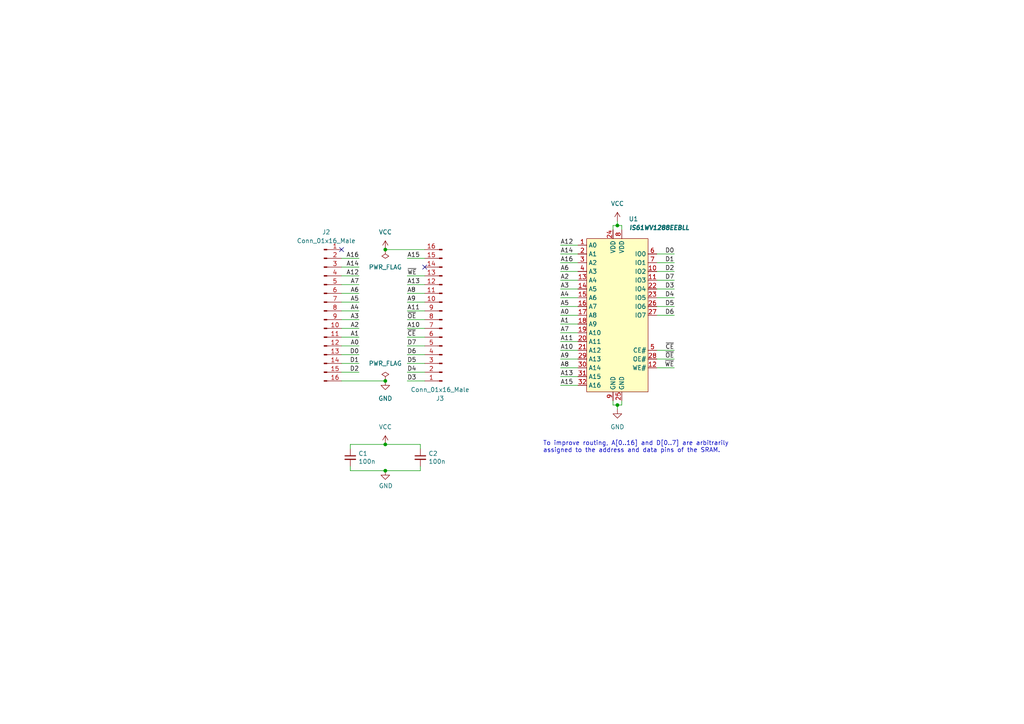
<source format=kicad_sch>
(kicad_sch (version 20211123) (generator eeschema)
  (paper "A4")
  (title_block (title "AS6C1008 SRAM Replacement") (date "2022-12-14") (rev "1.0"))
  (lib_symbols
    (symbol "Connector:Conn_01x16_Male" (pin_names (offset 1.016) hide)
      (property "Reference" "J" (at 0 20.32 0))
      (property "Value" "Conn_01x16_Male" (at 0 -22.86 0))
      (symbol "Conn_01x16_Male_1_1"
        (polyline (pts (xy 1.27 -20.32) (xy 0.8636 -20.32)) (stroke (width 0.1524)))
        (polyline (pts (xy 1.27 -17.78) (xy 0.8636 -17.78)) (stroke (width 0.1524)))
        (polyline (pts (xy 1.27 -15.24) (xy 0.8636 -15.24)) (stroke (width 0.1524)))
        (polyline (pts (xy 1.27 -12.7) (xy 0.8636 -12.7)) (stroke (width 0.1524)))
        (polyline (pts (xy 1.27 -10.16) (xy 0.8636 -10.16)) (stroke (width 0.1524)))
        (polyline (pts (xy 1.27 -7.62) (xy 0.8636 -7.62)) (stroke (width 0.1524)))
        (polyline (pts (xy 1.27 -5.08) (xy 0.8636 -5.08)) (stroke (width 0.1524)))
        (polyline (pts (xy 1.27 -2.54) (xy 0.8636 -2.54)) (stroke (width 0.1524)))
        (polyline (pts (xy 1.27 0) (xy 0.8636 0)) (stroke (width 0.1524)))
        (polyline (pts (xy 1.27 2.54) (xy 0.8636 2.54)) (stroke (width 0.1524)))
        (polyline (pts (xy 1.27 5.08) (xy 0.8636 5.08)) (stroke (width 0.1524)))
        (polyline (pts (xy 1.27 7.62) (xy 0.8636 7.62)) (stroke (width 0.1524)))
        (polyline (pts (xy 1.27 10.16) (xy 0.8636 10.16)) (stroke (width 0.1524)))
        (polyline (pts (xy 1.27 12.7) (xy 0.8636 12.7)) (stroke (width 0.1524)))
        (polyline (pts (xy 1.27 15.24) (xy 0.8636 15.24)) (stroke (width 0.1524)))
        (polyline (pts (xy 1.27 17.78) (xy 0.8636 17.78)) (stroke (width 0.1524)))
        (rectangle (start 0.8636 -20.193) (end 0 -20.447) (stroke (width 0.1524)) (fill (type outline)))
        (rectangle (start 0.8636 -17.653) (end 0 -17.907) (stroke (width 0.1524)) (fill (type outline)))
        (rectangle (start 0.8636 -15.113) (end 0 -15.367) (stroke (width 0.1524)) (fill (type outline)))
        (rectangle (start 0.8636 -12.573) (end 0 -12.827) (stroke (width 0.1524)) (fill (type outline)))
        (rectangle (start 0.8636 -10.033) (end 0 -10.287) (stroke (width 0.1524)) (fill (type outline)))
        (rectangle (start 0.8636 -7.493) (end 0 -7.747) (stroke (width 0.1524)) (fill (type outline)))
        (rectangle (start 0.8636 -4.953) (end 0 -5.207) (stroke (width 0.1524)) (fill (type outline)))
        (rectangle (start 0.8636 -2.413) (end 0 -2.667) (stroke (width 0.1524)) (fill (type outline)))
        (rectangle (start 0.8636 0.127) (end 0 -0.127) (stroke (width 0.1524)) (fill (type outline)))
        (rectangle (start 0.8636 2.667) (end 0 2.413) (stroke (width 0.1524)) (fill (type outline)))
        (rectangle (start 0.8636 5.207) (end 0 4.953) (stroke (width 0.1524)) (fill (type outline)))
        (rectangle (start 0.8636 7.747) (end 0 7.493) (stroke (width 0.1524)) (fill (type outline)))
        (rectangle (start 0.8636 10.287) (end 0 10.033) (stroke (width 0.1524)) (fill (type outline)))
        (rectangle (start 0.8636 12.827) (end 0 12.573) (stroke (width 0.1524)) (fill (type outline)))
        (rectangle (start 0.8636 15.367) (end 0 15.113) (stroke (width 0.1524)) (fill (type outline)))
        (rectangle (start 0.8636 17.907) (end 0 17.653) (stroke (width 0.1524)) (fill (type outline)))
        (pin passive line (at 5.08 17.78 180) (length 3.81) (name "Pin_1") (number "1"))
        (pin passive line (at 5.08 -5.08 180) (length 3.81) (name "Pin_10") (number "10"))
        (pin passive line (at 5.08 -7.62 180) (length 3.81) (name "Pin_11") (number "11"))
        (pin passive line (at 5.08 -10.16 180) (length 3.81) (name "Pin_12") (number "12"))
        (pin passive line (at 5.08 -12.7 180) (length 3.81) (name "Pin_13") (number "13"))
        (pin passive line (at 5.08 -15.24 180) (length 3.81) (name "Pin_14") (number "14"))
        (pin passive line (at 5.08 -17.78 180) (length 3.81) (name "Pin_15") (number "15"))
        (pin passive line (at 5.08 -20.32 180) (length 3.81) (name "Pin_16") (number "16"))
        (pin passive line (at 5.08 15.24 180) (length 3.81) (name "Pin_2") (number "2"))
        (pin passive line (at 5.08 12.7 180) (length 3.81) (name "Pin_3") (number "3"))
        (pin passive line (at 5.08 10.16 180) (length 3.81) (name "Pin_4") (number "4"))
        (pin passive line (at 5.08 7.62 180) (length 3.81) (name "Pin_5") (number "5"))
        (pin passive line (at 5.08 5.08 180) (length 3.81) (name "Pin_6") (number "6"))
        (pin passive line (at 5.08 2.54 180) (length 3.81) (name "Pin_7") (number "7"))
        (pin passive line (at 5.08 0 180) (length 3.81) (name "Pin_8") (number "8"))
        (pin passive line (at 5.08 -2.54 180) (length 3.81) (name "Pin_9") (number "9"))
      )
    )
    (symbol "Device:C_Small" (pin_numbers hide) (pin_names (offset 0.254) hide)
      (property "Reference" "C" (at 0.254 1.778 0))
      (property "Value" "C_Small" (at 0.254 -2.032 0))
      (symbol "C_Small_0_1"
        (polyline (pts (xy -1.524 -0.508) (xy 1.524 -0.508)) (stroke (width 0.3302)))
        (polyline (pts (xy -1.524 0.508) (xy 1.524 0.508)) (stroke (width 0.3048)))
      )
      (symbol "C_Small_1_1"
        (pin passive line (at 0 2.54 270) (length 2.032) (name "~") (number "1"))
        (pin passive line (at 0 -2.54 90) (length 2.032) (name "~") (number "2"))
      )
    )
    (symbol "JLCPCB:IS61WV1288EEBLL"
      (property "Reference" "U" (at -6.985 12.7 0))
      (property "Value" "IS61WV1288EEBLL" (at 0 -11.43 90))
      (symbol "IS61WV1288EEBLL_0_0"
        (rectangle (start -8.89 10.795) (end 8.89 -33.655) (fill (type background)))
        (pin input line (at -11.43 8.89 0) (length 2.54) (name "A0") (number "1"))
        (pin bidirectional line (at 11.43 1.27 180) (length 2.54) (name "IO2") (number "10"))
        (pin bidirectional line (at 11.43 -1.27 180) (length 2.54) (name "IO3") (number "11"))
        (pin input line (at 11.43 -26.67 180) (length 2.54) (name "WE#") (number "12"))
        (pin input line (at -11.43 -1.27 0) (length 2.54) (name "A4") (number "13"))
        (pin input line (at -11.43 -3.81 0) (length 2.54) (name "A5") (number "14"))
        (pin input line (at -11.43 -6.35 0) (length 2.54) (name "A6") (number "15"))
        (pin input line (at -11.43 -8.89 0) (length 2.54) (name "A7") (number "16"))
        (pin input line (at -11.43 -11.43 0) (length 2.54) (name "A8") (number "17"))
        (pin input line (at -11.43 -13.97 0) (length 2.54) (name "A9") (number "18"))
        (pin input line (at -11.43 -16.51 0) (length 2.54) (name "A10") (number "19"))
        (pin input line (at -11.43 6.35 0) (length 2.54) (name "A1") (number "2"))
        (pin input line (at -11.43 -19.05 0) (length 2.54) (name "A11") (number "20"))
        (pin input line (at -11.43 -21.59 0) (length 2.54) (name "A12") (number "21"))
        (pin bidirectional line (at 11.43 -3.81 180) (length 2.54) (name "IO4") (number "22"))
        (pin bidirectional line (at 11.43 -6.35 180) (length 2.54) (name "IO5") (number "23"))
        (pin power_in line (at -1.27 13.335 270) (length 2.54) (name "VDD") (number "24"))
        (pin power_in line (at 1.27 -36.195 90) (length 2.54) (name "GND") (number "25"))
        (pin bidirectional line (at 11.43 -8.89 180) (length 2.54) (name "IO6") (number "26"))
        (pin bidirectional line (at 11.43 -11.43 180) (length 2.54) (name "IO7") (number "27"))
        (pin input line (at 11.43 -24.13 180) (length 2.54) (name "OE#") (number "28"))
        (pin input line (at -11.43 -24.13 0) (length 2.54) (name "A13") (number "29"))
        (pin input line (at -11.43 3.81 0) (length 2.54) (name "A2") (number "3"))
        (pin input line (at -11.43 -26.67 0) (length 2.54) (name "A14") (number "30"))
        (pin input line (at -11.43 -29.21 0) (length 2.54) (name "A15") (number "31"))
        (pin input line (at -11.43 -31.75 0) (length 2.54) (name "A16") (number "32"))
        (pin input line (at -11.43 1.27 0) (length 2.54) (name "A3") (number "4"))
        (pin input line (at 11.43 -21.59 180) (length 2.54) (name "CE#") (number "5"))
        (pin bidirectional line (at 11.43 6.35 180) (length 2.54) (name "IO0") (number "6"))
        (pin bidirectional line (at 11.43 3.81 180) (length 2.54) (name "IO1") (number "7"))
        (pin power_in line (at 1.27 13.335 270) (length 2.54) (name "VDD") (number "8"))
        (pin power_in line (at -1.27 -36.195 90) (length 2.54) (name "GND") (number "9"))
      )
    )
    (symbol "power:GND" (power) (pin_names (offset 0))
      (property "Value" "GND" (at 0 -3.81 0))
      (symbol "GND_0_1"
        (polyline (pts (xy 0 0) (xy 0 -1.27) (xy 1.27 -1.27) (xy 0 -2.54) (xy -1.27 -1.27) (xy 0 -1.27)))
      )
      (symbol "GND_1_1"
        (pin power_in line (at 0 0 270) (length 0) hide (name "GND") (number "1"))
      )
    )
    (symbol "power:PWR_FLAG" (power) (pin_numbers hide) (pin_names (offset 0) hide)
      (property "Value" "PWR_FLAG" (at 0 3.81 0))
      (symbol "PWR_FLAG_0_0"
        (pin power_out line (at 0 0 90) (length 0) (name "pwr") (number "1"))
      )
      (symbol "PWR_FLAG_0_1"
        (polyline (pts (xy 0 0) (xy 0 1.27) (xy -1.016 1.905) (xy 0 2.54) (xy 1.016 1.905) (xy 0 1.27)))
      )
    )
    (symbol "power:VCC" (power) (pin_names (offset 0))
      (property "Value" "VCC" (at 0 3.81 0))
      (symbol "VCC_0_1"
        (polyline (pts (xy -0.762 1.27) (xy 0 2.54)))
        (polyline (pts (xy 0 0) (xy 0 2.54)))
        (polyline (pts (xy 0 2.54) (xy 0.762 1.27)))
      )
      (symbol "VCC_1_1"
        (pin power_in line (at 0 0 90) (length 0) hide (name "VCC") (number "1"))
      )
    )
  )
  (junction (at 179.07 117.475))
  (junction (at 179.07 65.405))
  (junction (at 111.76 72.39))
  (junction (at 111.76 128.905))
  (junction (at 111.76 110.49))
  (junction (at 111.76 136.525))
  (no_connect (at 123.19 77.47))
  (no_connect (at 99.06 72.39))
  (wire (pts (xy 123.19 92.71) (xy 118.11 92.71)))
  (wire (pts (xy 190.5 88.9) (xy 195.58 88.9)))
  (wire (pts (xy 104.14 87.63) (xy 99.06 87.63)))
  (wire (pts (xy 118.11 87.63) (xy 123.19 87.63)))
  (wire (pts (xy 190.5 73.66) (xy 195.58 73.66)))
  (wire (pts (xy 162.56 96.52) (xy 167.64 96.52)))
  (wire (pts (xy 123.19 97.79) (xy 118.11 97.79)))
  (wire (pts (xy 104.14 80.01) (xy 99.06 80.01)))
  (wire (pts (xy 111.76 110.49) (xy 99.06 110.49)))
  (wire (pts (xy 190.5 86.36) (xy 195.58 86.36)))
  (wire (pts (xy 104.14 77.47) (xy 99.06 77.47)))
  (wire (pts (xy 104.14 85.09) (xy 99.06 85.09)))
  (wire (pts (xy 162.56 81.28) (xy 167.64 81.28)))
  (wire (pts (xy 121.92 136.525) (xy 111.76 136.525)))
  (wire (pts (xy 162.56 88.9) (xy 167.64 88.9)))
  (wire (pts (xy 111.76 72.39) (xy 123.19 72.39)))
  (wire (pts (xy 99.06 107.95) (xy 104.14 107.95)))
  (wire (pts (xy 104.14 82.55) (xy 99.06 82.55)))
  (wire (pts (xy 118.11 90.17) (xy 123.19 90.17)))
  (wire (pts (xy 118.11 85.09) (xy 123.19 85.09)))
  (wire (pts (xy 111.76 136.525) (xy 101.6 136.525)))
  (wire (pts (xy 190.5 81.28) (xy 195.58 81.28)))
  (wire (pts (xy 179.07 117.475) (xy 180.34 117.475)))
  (wire (pts (xy 118.11 82.55) (xy 123.19 82.55)))
  (wire (pts (xy 162.56 104.14) (xy 167.64 104.14)))
  (wire (pts (xy 190.5 78.74) (xy 195.58 78.74)))
  (wire (pts (xy 99.06 105.41) (xy 104.14 105.41)))
  (wire (pts (xy 180.34 116.205) (xy 180.34 117.475)))
  (wire (pts (xy 99.06 102.87) (xy 104.14 102.87)))
  (wire (pts (xy 190.5 83.82) (xy 195.58 83.82)))
  (wire (pts (xy 162.56 71.12) (xy 167.64 71.12)))
  (wire (pts (xy 162.56 73.66) (xy 167.64 73.66)))
  (wire (pts (xy 179.07 64.135) (xy 179.07 65.405)))
  (wire (pts (xy 177.8 65.405) (xy 179.07 65.405)))
  (wire (pts (xy 180.34 65.405) (xy 180.34 66.675)))
  (wire (pts (xy 179.07 117.475) (xy 179.07 118.745)))
  (wire (pts (xy 162.56 91.44) (xy 167.64 91.44)))
  (wire (pts (xy 177.8 117.475) (xy 179.07 117.475)))
  (wire (pts (xy 162.56 111.76) (xy 167.64 111.76)))
  (wire (pts (xy 177.8 66.675) (xy 177.8 65.405)))
  (wire (pts (xy 118.11 74.93) (xy 123.19 74.93)))
  (wire (pts (xy 162.56 93.98) (xy 167.64 93.98)))
  (wire (pts (xy 104.14 90.17) (xy 99.06 90.17)))
  (wire (pts (xy 104.14 97.79) (xy 99.06 97.79)))
  (wire (pts (xy 123.19 80.01) (xy 118.11 80.01)))
  (wire (pts (xy 101.6 128.905) (xy 111.76 128.905)))
  (wire (pts (xy 190.5 106.68) (xy 195.58 106.68)))
  (wire (pts (xy 104.14 95.25) (xy 99.06 95.25)))
  (wire (pts (xy 121.92 128.905) (xy 121.92 130.175)))
  (wire (pts (xy 104.14 100.33) (xy 99.06 100.33)))
  (wire (pts (xy 162.56 86.36) (xy 167.64 86.36)))
  (wire (pts (xy 162.56 106.68) (xy 167.64 106.68)))
  (wire (pts (xy 162.56 109.22) (xy 167.64 109.22)))
  (wire (pts (xy 162.56 99.06) (xy 167.64 99.06)))
  (wire (pts (xy 123.19 110.49) (xy 118.11 110.49)))
  (wire (pts (xy 104.14 92.71) (xy 99.06 92.71)))
  (wire (pts (xy 179.07 65.405) (xy 180.34 65.405)))
  (wire (pts (xy 101.6 136.525) (xy 101.6 135.255)))
  (wire (pts (xy 190.5 101.6) (xy 195.58 101.6)))
  (wire (pts (xy 162.56 83.82) (xy 167.64 83.82)))
  (wire (pts (xy 101.6 130.175) (xy 101.6 128.905)))
  (wire (pts (xy 111.76 128.905) (xy 121.92 128.905)))
  (wire (pts (xy 190.5 91.44) (xy 195.58 91.44)))
  (wire (pts (xy 104.14 74.93) (xy 99.06 74.93)))
  (wire (pts (xy 123.19 107.95) (xy 118.11 107.95)))
  (wire (pts (xy 123.19 100.33) (xy 118.11 100.33)))
  (wire (pts (xy 190.5 76.2) (xy 195.58 76.2)))
  (wire (pts (xy 162.56 76.2) (xy 167.64 76.2)))
  (wire (pts (xy 177.8 116.205) (xy 177.8 117.475)))
  (wire (pts (xy 118.11 95.25) (xy 123.19 95.25)))
  (wire (pts (xy 123.19 102.87) (xy 118.11 102.87)))
  (wire (pts (xy 123.19 105.41) (xy 118.11 105.41)))
  (wire (pts (xy 162.56 78.74) (xy 167.64 78.74)))
  (wire (pts (xy 121.92 135.255) (xy 121.92 136.525)))
  (wire (pts (xy 190.5 104.14) (xy 195.58 104.14)))
  (wire (pts (xy 162.56 101.6) (xy 167.64 101.6)))
  (text "To improve routing, A[0..16] and D[0..7] are arbitrarily\nassigned to the address and data pins of the SRAM.\n" (at 157.48 131.445 0) (effects (font (size 1.27 1.27)) (justify left bottom)))
  (label "A3" (at 162.56 83.82 0))
  (label "A15" (at 162.56 111.76 0))
  (label "D7" (at 118.11 100.33 0))
  (label "A14" (at 104.14 77.47 180))
  (label "A9" (at 118.11 87.63 0))
  (label "~{OE}" (at 195.58 104.14 180))
  (label "A0" (at 162.56 91.44 0))
  (label "D5" (at 118.11 105.41 0))
  (label "A13" (at 118.11 82.55 0))
  (label "A6" (at 104.14 85.09 180))
  (label "D2" (at 195.58 78.74 180))
  (label "D1" (at 195.58 76.2 180))
  (label "A16" (at 104.14 74.93 180))
  (label "A12" (at 104.14 80.01 180))
  (label "~{CE}" (at 118.11 97.79 0))
  (label "A14" (at 162.56 73.66 0))
  (label "~{WE}" (at 195.58 106.68 180))
  (label "A13" (at 162.56 109.22 0))
  (label "A7" (at 162.56 96.52 0))
  (label "D4" (at 195.58 86.36 180))
  (label "A8" (at 118.11 85.09 0))
  (label "D4" (at 118.11 107.95 0))
  (label "A2" (at 104.14 95.25 180))
  (label "A4" (at 162.56 86.36 0))
  (label "A5" (at 162.56 88.9 0))
  (label "A1" (at 162.56 93.98 0))
  (label "~{WE}" (at 118.11 80.01 0))
  (label "A3" (at 104.14 92.71 180))
  (label "D6" (at 118.11 102.87 0))
  (label "~{CE}" (at 195.58 101.6 180))
  (label "D0" (at 195.58 73.66 180))
  (label "A5" (at 104.14 87.63 180))
  (label "D7" (at 195.58 81.28 180))
  (label "A12" (at 162.56 71.12 0))
  (label "A8" (at 162.56 106.68 0))
  (label "A2" (at 162.56 81.28 0))
  (label "D3" (at 118.11 110.49 0))
  (label "D5" (at 195.58 88.9 180))
  (label "A15" (at 118.11 74.93 0))
  (label "A7" (at 104.14 82.55 180))
  (label "A10" (at 118.11 95.25 0))
  (label "D1" (at 104.14 105.41 180))
  (label "A1" (at 104.14 97.79 180))
  (label "A4" (at 104.14 90.17 180))
  (label "A16" (at 162.56 76.2 0))
  (label "A6" (at 162.56 78.74 0))
  (label "D0" (at 104.14 102.87 180))
  (label "A11" (at 162.56 99.06 0))
  (label "D2" (at 104.14 107.95 180))
  (label "A9" (at 162.56 104.14 0))
  (label "D3" (at 195.58 83.82 180))
  (label "A0" (at 104.14 100.33 180))
  (label "~{OE}" (at 118.11 92.71 0))
  (label "A11" (at 118.11 90.17 0))
  (label "A10" (at 162.56 101.6 0))
  (label "D6" (at 195.58 91.44 180))
  (symbol (lib_id "power:VCC") (at 111.76 72.39 0) (unit 1)
    (property "Reference" "#PWR0103" (effects hide))
    (property "Value" "VCC" (at 111.76 67.31 0))
  )
  (symbol (lib_id "JLCPCB:IS61WV1288EEBLL") (at 179.07 80.01 0) (unit 1)
    (property "Reference" "U1" (at 182.3594 63.5 0) (effects (justify left)))
    (property "Value" "IS61WV1288EEBLL" (at 182.3594 66.04 0) (effects (font bold italic) (justify left)))
    (property "Footprint" "JLCPCB:SOP-32_L20.7-W11.3-P1.27-LS14.1-BL" (effects hide))
    (property "Datasheet" "https://www.issi.com/WW/pdf/61-64WV1288EEBLL.pdf" (effects hide))
    (property "LCSC" "C443418" (effects hide))
    (property "DIGI-KEY" "706-1500-ND" (effects hide))
  )
  (symbol (lib_id "power:GND") (at 111.76 110.49 0) (unit 1)
    (property "Reference" "#PWR0102" (effects hide))
    (property "Value" "GND" (at 111.76 115.57 0))
  )
  (symbol (lib_id "power:PWR_FLAG") (at 111.76 110.49 0) (unit 1)
    (property "Reference" "#FLG02" (effects hide))
    (property "Value" "PWR_FLAG" (at 111.76 105.41 0))
  )
  (symbol (lib_id "power:GND") (at 111.76 136.525 0) (unit 1)
    (property "Reference" "#PWR0108" (effects hide))
    (property "Value" "GND" (at 111.887 140.9192 0))
  )
  (symbol (lib_id "Connector:Conn_01x16_Male") (at 128.27 92.71 180) (unit 1)
    (property "Reference" "J3" (at 127.635 115.57 0))
    (property "Value" "Conn_01x16_Male" (at 127.635 113.03 0))
    (property "Footprint" "Connector_PinHeader_2.54mm:PinHeader_1x16_P2.54mm_Vertical_SMD_Pin1Left" (effects hide))
  )
  (symbol (lib_id "power:GND") (at 179.07 118.745 0) (unit 1)
    (property "Reference" "#PWR0106" (effects hide))
    (property "Value" "GND" (at 179.07 123.825 0))
  )
  (symbol (lib_id "power:PWR_FLAG") (at 111.76 72.39 180) (unit 1)
    (property "Reference" "#FLG01" (effects hide))
    (property "Value" "PWR_FLAG" (at 111.76 77.47 0))
  )
  (symbol (lib_id "Device:C_Small") (at 101.6 132.715 0) (unit 1)
    (property "Reference" "C1" (at 103.9368 131.5466 0) (effects (justify left)))
    (property "Value" "100n" (at 103.9368 133.858 0) (effects (justify left)))
    (property "Footprint" "Capacitor_SMD:C_0402_1005Metric" (effects hide))
    (property "LCSC" "C1525" (effects hide))
  )
  (symbol (lib_id "Connector:Conn_01x16_Male") (at 93.98 90.17 0) (unit 1)
    (property "Reference" "J2" (at 94.615 67.31 0))
    (property "Value" "Conn_01x16_Male" (at 94.615 69.85 0))
    (property "Footprint" "Connector_PinHeader_2.54mm:PinHeader_1x16_P2.54mm_Vertical_SMD_Pin1Left" (effects hide))
  )
  (symbol (lib_id "Device:C_Small") (at 121.92 132.715 0) (unit 1)
    (property "Reference" "C2" (at 124.2568 131.5466 0) (effects (justify left)))
    (property "Value" "100n" (at 124.2568 133.858 0) (effects (justify left)))
    (property "Footprint" "Capacitor_SMD:C_0402_1005Metric" (effects hide))
    (property "LCSC" "C1525" (effects hide))
  )
  (symbol (lib_id "power:VCC") (at 111.76 128.905 0) (unit 1)
    (property "Reference" "#PWR0107" (effects hide))
    (property "Value" "VCC" (at 111.76 123.825 0))
  )
  (symbol (lib_id "power:VCC") (at 179.07 64.135 0) (unit 1)
    (property "Reference" "#PWR0105" (effects hide))
    (property "Value" "VCC" (at 179.07 59.055 0))
  )
)
</source>
